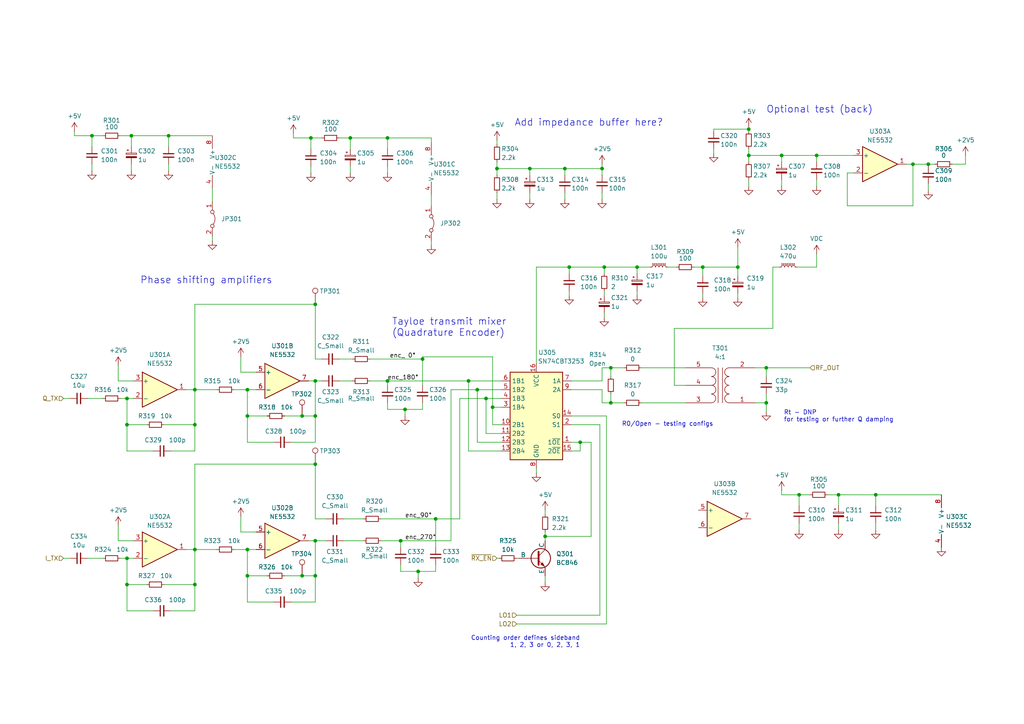
<source format=kicad_sch>
(kicad_sch (version 20231120) (generator "eeschema") (generator_version "8.0")
  (paper "A4")
  (title_block (title "Rhapsody - moduar experimental SDR TRX") (date "2023-10-12") (rev "1.0") (company "SP6GK") (comment 1 "Quadrature Sampling Encoder (QSE, Tayloe TX mixer)"))
  (junction (at 56.515 169.545))
  (junction (at 142.875 118.11))
  (junction (at 126.365 150.495))
  (junction (at 158.115 155.575))
  (junction (at 101.6 40.005))
  (junction (at 121.285 165.735))
  (junction (at 91.44 120.65))
  (junction (at 112.395 40.005))
  (junction (at 144.145 48.895))
  (junction (at 56.515 113.03))
  (junction (at 264.795 47.625))
  (junction (at 26.67 39.37))
  (junction (at 163.83 48.895))
  (junction (at 117.475 118.745))
  (junction (at 91.44 134.62))
  (junction (at 38.1 39.37))
  (junction (at 112.395 110.49))
  (junction (at 243.205 143.51))
  (junction (at 36.83 169.545))
  (junction (at 56.515 123.19))
  (junction (at 153.67 48.895))
  (junction (at 222.25 116.84))
  (junction (at 217.17 37.465))
  (junction (at 135.89 110.49))
  (junction (at 91.44 167.005))
  (junction (at 177.165 116.84))
  (junction (at 116.205 156.845))
  (junction (at 254 143.51))
  (junction (at 71.755 113.03))
  (junction (at 138.43 113.03))
  (junction (at 71.755 120.65))
  (junction (at 36.83 161.925))
  (junction (at 226.695 45.085))
  (junction (at 71.755 159.385))
  (junction (at 231.775 143.51))
  (junction (at 71.755 167.005))
  (junction (at 90.17 40.005))
  (junction (at 122.555 104.14))
  (junction (at 174.625 48.895))
  (junction (at 213.995 77.47))
  (junction (at 269.24 47.625))
  (junction (at 48.895 39.37))
  (junction (at 217.17 45.085))
  (junction (at 184.785 77.47))
  (junction (at 87.63 120.65))
  (junction (at 56.515 159.385))
  (junction (at 91.44 110.49))
  (junction (at 87.63 167.005))
  (junction (at 168.275 128.27))
  (junction (at 222.25 106.68))
  (junction (at 177.165 106.68))
  (junction (at 91.44 156.845))
  (junction (at 91.44 88.265))
  (junction (at 36.83 115.57))
  (junction (at 165.1 77.47))
  (junction (at 203.835 77.47))
  (junction (at 236.855 45.085))
  (junction (at 36.83 123.19))
  (junction (at 175.26 77.47))
  (junction (at 140.97 115.57))
  (wire (pts (xy 99.695 150.495) (xy 105.41 150.495)))
  (wire (pts (xy 135.89 130.81) (xy 145.415 130.81)))
  (wire (pts (xy 36.83 169.545) (xy 36.83 177.165)))
  (wire (pts (xy 121.285 165.735) (xy 121.285 167.64)))
  (wire (pts (xy 56.515 169.545) (xy 56.515 159.385)))
  (wire (pts (xy 79.375 128.27) (xy 71.755 128.27)))
  (wire (pts (xy 87.63 167.005) (xy 91.44 167.005)))
  (wire (pts (xy 107.315 110.49) (xy 112.395 110.49)))
  (wire (pts (xy 177.165 116.84) (xy 180.975 116.84)))
  (wire (pts (xy 276.225 47.625) (xy 280.035 47.625)))
  (wire (pts (xy 149.86 180.975) (xy 175.895 180.975)))
  (wire (pts (xy 243.205 143.51) (xy 243.205 146.685)))
  (wire (pts (xy 217.17 37.465) (xy 217.17 38.1)))
  (wire (pts (xy 142.875 118.11) (xy 142.875 123.19)))
  (wire (pts (xy 82.55 167.005) (xy 87.63 167.005)))
  (wire (pts (xy 165.1 84.455) (xy 165.1 85.725)))
  (wire (pts (xy 122.555 116.84) (xy 122.555 118.745)))
  (wire (pts (xy 98.425 40.005) (xy 101.6 40.005)))
  (wire (pts (xy 18.415 115.57) (xy 20.32 115.57)))
  (wire (pts (xy 222.25 116.84) (xy 222.25 119.38)))
  (wire (pts (xy 133.35 115.57) (xy 140.97 115.57)))
  (wire (pts (xy 38.1 39.37) (xy 38.1 42.545)))
  (wire (pts (xy 26.67 39.37) (xy 29.845 39.37)))
  (wire (pts (xy 122.555 104.14) (xy 122.555 111.76)))
  (wire (pts (xy 269.24 47.625) (xy 269.24 48.26)))
  (wire (pts (xy 34.29 110.49) (xy 38.735 110.49)))
  (wire (pts (xy 91.44 128.27) (xy 91.44 120.65)))
  (wire (pts (xy 165.1 77.47) (xy 165.1 79.375)))
  (wire (pts (xy 186.055 106.68) (xy 198.755 106.68)))
  (wire (pts (xy 222.25 106.68) (xy 222.25 109.22)))
  (wire (pts (xy 153.67 48.895) (xy 153.67 50.8)))
  (wire (pts (xy 254 151.765) (xy 254 153.67)))
  (wire (pts (xy 130.81 156.845) (xy 130.81 113.03)))
  (wire (pts (xy 165.735 120.65) (xy 175.895 120.65)))
  (wire (pts (xy 91.44 120.65) (xy 91.44 110.49)))
  (wire (pts (xy 226.695 45.085) (xy 236.855 45.085)))
  (wire (pts (xy 99.695 156.845) (xy 105.41 156.845)))
  (wire (pts (xy 98.425 110.49) (xy 102.235 110.49)))
  (wire (pts (xy 155.575 77.47) (xy 165.1 77.47)))
  (wire (pts (xy 184.785 84.455) (xy 184.785 85.725)))
  (wire (pts (xy 165.735 123.19) (xy 173.99 123.19)))
  (wire (pts (xy 140.97 115.57) (xy 145.415 115.57)))
  (wire (pts (xy 174.625 110.49) (xy 174.625 106.68)))
  (wire (pts (xy 217.17 43.18) (xy 217.17 45.085)))
  (wire (pts (xy 130.81 113.03) (xy 138.43 113.03)))
  (wire (pts (xy 116.205 156.845) (xy 116.205 158.75)))
  (wire (pts (xy 213.995 77.47) (xy 203.835 77.47)))
  (wire (pts (xy 158.115 154.305) (xy 158.115 155.575)))
  (wire (pts (xy 177.165 106.68) (xy 177.165 109.22)))
  (wire (pts (xy 21.59 39.37) (xy 26.67 39.37)))
  (wire (pts (xy 195.58 95.25) (xy 224.155 95.25)))
  (wire (pts (xy 217.17 52.07) (xy 217.17 53.975)))
  (wire (pts (xy 56.515 88.265) (xy 91.44 88.265)))
  (wire (pts (xy 48.895 39.37) (xy 48.895 42.545)))
  (wire (pts (xy 177.165 106.68) (xy 180.975 106.68)))
  (wire (pts (xy 203.835 77.47) (xy 201.295 77.47)))
  (wire (pts (xy 175.26 77.47) (xy 175.26 79.375)))
  (wire (pts (xy 207.01 37.465) (xy 207.01 38.1)))
  (wire (pts (xy 165.735 113.03) (xy 174.625 113.03)))
  (wire (pts (xy 101.6 40.005) (xy 101.6 43.18)))
  (wire (pts (xy 213.995 85.09) (xy 213.995 86.36)))
  (wire (pts (xy 142.875 103.505) (xy 142.875 118.11)))
  (wire (pts (xy 175.26 84.455) (xy 175.26 85.725)))
  (wire (pts (xy 207.01 37.465) (xy 217.17 37.465)))
  (wire (pts (xy 245.745 50.165) (xy 245.745 59.69)))
  (wire (pts (xy 158.115 167.005) (xy 158.115 168.91)))
  (wire (pts (xy 133.35 150.495) (xy 133.35 115.57)))
  (wire (pts (xy 56.515 159.385) (xy 62.865 159.385)))
  (wire (pts (xy 85.09 38.735) (xy 85.09 40.005)))
  (wire (pts (xy 174.625 113.03) (xy 174.625 116.84)))
  (wire (pts (xy 231.775 143.51) (xy 231.775 146.685)))
  (wire (pts (xy 171.45 128.27) (xy 171.45 155.575)))
  (wire (pts (xy 91.44 150.495) (xy 94.615 150.495)))
  (wire (pts (xy 269.24 47.625) (xy 271.145 47.625)))
  (wire (pts (xy 195.58 111.76) (xy 195.58 95.25)))
  (wire (pts (xy 236.855 45.085) (xy 236.855 46.99)))
  (wire (pts (xy 174.625 48.895) (xy 163.83 48.895)))
  (wire (pts (xy 138.43 128.27) (xy 145.415 128.27)))
  (wire (pts (xy 71.755 167.005) (xy 77.47 167.005)))
  (wire (pts (xy 122.555 118.745) (xy 117.475 118.745)))
  (wire (pts (xy 217.17 45.085) (xy 217.17 46.99)))
  (wire (pts (xy 71.755 113.03) (xy 71.755 120.65)))
  (wire (pts (xy 153.67 48.895) (xy 163.83 48.895)))
  (wire (pts (xy 116.205 156.845) (xy 130.81 156.845)))
  (wire (pts (xy 91.44 134.62) (xy 91.44 150.495)))
  (wire (pts (xy 173.99 178.435) (xy 149.86 178.435)))
  (wire (pts (xy 144.145 48.895) (xy 144.145 50.8)))
  (wire (pts (xy 217.17 36.83) (xy 217.17 37.465)))
  (wire (pts (xy 112.395 48.26) (xy 112.395 50.165)))
  (wire (pts (xy 44.45 177.165) (xy 36.83 177.165)))
  (wire (pts (xy 126.365 165.735) (xy 121.285 165.735)))
  (wire (pts (xy 122.555 103.505) (xy 122.555 104.14)))
  (wire (pts (xy 61.595 69.85) (xy 61.595 68.58)))
  (wire (pts (xy 213.995 77.47) (xy 213.995 80.01)))
  (wire (pts (xy 71.755 120.65) (xy 77.47 120.65)))
  (wire (pts (xy 56.515 113.03) (xy 56.515 88.265)))
  (wire (pts (xy 36.83 161.925) (xy 36.83 169.545)))
  (wire (pts (xy 67.945 113.03) (xy 71.755 113.03)))
  (wire (pts (xy 173.99 123.19) (xy 173.99 178.435)))
  (wire (pts (xy 125.095 56.515) (xy 125.095 59.69)))
  (wire (pts (xy 135.89 110.49) (xy 135.89 130.81)))
  (wire (pts (xy 61.595 54.61) (xy 61.595 58.42)))
  (wire (pts (xy 90.17 48.26) (xy 90.17 50.165)))
  (wire (pts (xy 47.625 169.545) (xy 56.515 169.545)))
  (wire (pts (xy 196.215 77.47) (xy 193.675 77.47)))
  (wire (pts (xy 89.535 156.845) (xy 91.44 156.845)))
  (wire (pts (xy 87.63 120.015) (xy 87.63 120.65)))
  (wire (pts (xy 144.145 46.99) (xy 144.145 48.895)))
  (wire (pts (xy 126.365 150.495) (xy 133.35 150.495)))
  (wire (pts (xy 82.55 120.65) (xy 87.63 120.65)))
  (wire (pts (xy 25.4 161.925) (xy 29.845 161.925)))
  (wire (pts (xy 61.595 39.37) (xy 48.895 39.37)))
  (wire (pts (xy 84.455 174.625) (xy 91.44 174.625)))
  (wire (pts (xy 168.275 128.27) (xy 171.45 128.27)))
  (wire (pts (xy 269.24 53.34) (xy 269.24 55.245)))
  (wire (pts (xy 158.115 155.575) (xy 158.115 156.845)))
  (wire (pts (xy 163.83 55.88) (xy 163.83 57.785)))
  (wire (pts (xy 89.535 110.49) (xy 91.44 110.49)))
  (wire (pts (xy 243.205 151.765) (xy 243.205 153.67)))
  (wire (pts (xy 175.26 90.805) (xy 175.26 92.075)))
  (wire (pts (xy 56.515 123.19) (xy 56.515 113.03)))
  (wire (pts (xy 125.095 71.12) (xy 125.095 69.85)))
  (wire (pts (xy 126.365 150.495) (xy 126.365 158.75)))
  (wire (pts (xy 112.395 110.49) (xy 135.89 110.49)))
  (wire (pts (xy 174.625 55.88) (xy 174.625 57.785)))
  (wire (pts (xy 222.25 116.84) (xy 219.075 116.84)))
  (wire (pts (xy 48.895 47.625) (xy 48.895 49.53)))
  (wire (pts (xy 280.035 45.085) (xy 280.035 47.625)))
  (wire (pts (xy 71.755 120.65) (xy 71.755 128.27)))
  (wire (pts (xy 226.695 143.51) (xy 231.775 143.51)))
  (wire (pts (xy 155.575 77.47) (xy 155.575 105.41)))
  (wire (pts (xy 112.395 110.49) (xy 112.395 111.76)))
  (wire (pts (xy 71.755 113.03) (xy 74.295 113.03)))
  (wire (pts (xy 168.275 130.81) (xy 165.735 130.81)))
  (wire (pts (xy 67.945 159.385) (xy 71.755 159.385)))
  (wire (pts (xy 262.89 47.625) (xy 264.795 47.625)))
  (wire (pts (xy 158.115 147.955) (xy 158.115 149.225)))
  (wire (pts (xy 254 143.51) (xy 254 146.685)))
  (wire (pts (xy 25.4 115.57) (xy 29.845 115.57)))
  (wire (pts (xy 247.65 50.165) (xy 245.745 50.165)))
  (wire (pts (xy 69.85 103.505) (xy 69.85 107.95)))
  (wire (pts (xy 69.85 107.95) (xy 74.295 107.95)))
  (wire (pts (xy 226.695 52.07) (xy 226.695 53.975)))
  (wire (pts (xy 91.44 156.845) (xy 94.615 156.845)))
  (wire (pts (xy 98.425 104.14) (xy 102.235 104.14)))
  (wire (pts (xy 34.925 115.57) (xy 36.83 115.57)))
  (wire (pts (xy 56.515 113.03) (xy 62.865 113.03)))
  (wire (pts (xy 243.205 143.51) (xy 254 143.51)))
  (wire (pts (xy 219.075 106.68) (xy 222.25 106.68)))
  (wire (pts (xy 110.49 150.495) (xy 126.365 150.495)))
  (wire (pts (xy 90.17 40.005) (xy 93.345 40.005)))
  (wire (pts (xy 53.975 113.03) (xy 56.515 113.03)))
  (wire (pts (xy 222.25 114.3) (xy 222.25 116.84)))
  (wire (pts (xy 69.85 149.86) (xy 69.85 154.305)))
  (wire (pts (xy 53.975 159.385) (xy 56.515 159.385)))
  (wire (pts (xy 165.735 110.49) (xy 174.625 110.49)))
  (wire (pts (xy 236.855 52.07) (xy 236.855 53.975)))
  (wire (pts (xy 236.855 77.47) (xy 231.14 77.47)))
  (wire (pts (xy 264.795 47.625) (xy 264.795 59.69)))
  (wire (pts (xy 222.25 106.68) (xy 234.95 106.68)))
  (wire (pts (xy 87.63 120.65) (xy 91.44 120.65)))
  (wire (pts (xy 36.83 115.57) (xy 38.735 115.57)))
  (wire (pts (xy 36.83 123.19) (xy 36.83 130.81)))
  (wire (pts (xy 91.44 133.985) (xy 91.44 134.62)))
  (wire (pts (xy 203.835 85.09) (xy 203.835 86.36)))
  (wire (pts (xy 121.285 165.735) (xy 116.205 165.735)))
  (wire (pts (xy 155.575 135.89) (xy 155.575 137.16)))
  (wire (pts (xy 142.875 118.11) (xy 145.415 118.11)))
  (wire (pts (xy 168.275 128.27) (xy 168.275 130.81)))
  (wire (pts (xy 56.515 177.165) (xy 56.515 169.545)))
  (wire (pts (xy 149.86 161.925) (xy 150.495 161.925)))
  (wire (pts (xy 177.165 114.3) (xy 177.165 116.84)))
  (wire (pts (xy 138.43 113.03) (xy 145.415 113.03)))
  (wire (pts (xy 56.515 130.81) (xy 56.515 123.19)))
  (wire (pts (xy 186.055 116.84) (xy 198.755 116.84)))
  (wire (pts (xy 125.095 40.005) (xy 112.395 40.005)))
  (wire (pts (xy 231.775 143.51) (xy 234.95 143.51)))
  (wire (pts (xy 163.83 48.895) (xy 163.83 50.8)))
  (wire (pts (xy 36.83 115.57) (xy 36.83 123.19)))
  (wire (pts (xy 254 143.51) (xy 273.05 143.51)))
  (wire (pts (xy 47.625 123.19) (xy 56.515 123.19)))
  (wire (pts (xy 44.45 130.81) (xy 36.83 130.81)))
  (wire (pts (xy 36.83 169.545) (xy 42.545 169.545)))
  (wire (pts (xy 198.755 111.76) (xy 195.58 111.76)))
  (wire (pts (xy 18.415 161.925) (xy 20.32 161.925)))
  (wire (pts (xy 34.29 106.045) (xy 34.29 110.49)))
  (wire (pts (xy 110.49 156.845) (xy 116.205 156.845)))
  (wire (pts (xy 84.455 128.27) (xy 91.44 128.27)))
  (wire (pts (xy 34.925 161.925) (xy 36.83 161.925)))
  (wire (pts (xy 122.555 103.505) (xy 142.875 103.505)))
  (wire (pts (xy 203.835 77.47) (xy 203.835 80.01)))
  (wire (pts (xy 101.6 48.26) (xy 101.6 50.165)))
  (wire (pts (xy 226.06 77.47) (xy 224.155 77.47)))
  (wire (pts (xy 207.01 43.18) (xy 207.01 44.45)))
  (wire (pts (xy 140.97 125.73) (xy 145.415 125.73)))
  (wire (pts (xy 56.515 134.62) (xy 91.44 134.62)))
  (wire (pts (xy 85.09 40.005) (xy 90.17 40.005)))
  (wire (pts (xy 69.85 154.305) (xy 74.295 154.305)))
  (wire (pts (xy 71.755 159.385) (xy 71.755 167.005)))
  (wire (pts (xy 174.625 48.895) (xy 174.625 50.8)))
  (wire (pts (xy 49.53 130.81) (xy 56.515 130.81)))
  (wire (pts (xy 107.315 104.14) (xy 122.555 104.14)))
  (wire (pts (xy 231.775 151.765) (xy 231.775 153.67)))
  (wire (pts (xy 21.59 38.1) (xy 21.59 39.37)))
  (wire (pts (xy 112.395 118.745) (xy 112.395 116.84)))
  (wire (pts (xy 144.145 55.88) (xy 144.145 57.785)))
  (wire (pts (xy 153.67 55.88) (xy 153.67 57.785)))
  (wire (pts (xy 38.1 47.625) (xy 38.1 49.53)))
  (wire (pts (xy 91.44 104.14) (xy 93.345 104.14)))
  (wire (pts (xy 174.625 116.84) (xy 177.165 116.84)))
  (wire (pts (xy 36.83 123.19) (xy 42.545 123.19)))
  (wire (pts (xy 240.03 143.51) (xy 243.205 143.51)))
  (wire (pts (xy 38.1 39.37) (xy 48.895 39.37)))
  (wire (pts (xy 145.415 123.19) (xy 142.875 123.19)))
  (wire (pts (xy 217.17 45.085) (xy 226.695 45.085)))
  (wire (pts (xy 112.395 40.005) (xy 112.395 43.18)))
  (wire (pts (xy 101.6 40.005) (xy 112.395 40.005)))
  (wire (pts (xy 34.925 39.37) (xy 38.1 39.37)))
  (wire (pts (xy 174.625 106.68) (xy 177.165 106.68)))
  (wire (pts (xy 125.095 40.005) (xy 125.095 41.275)))
  (wire (pts (xy 91.44 167.005) (xy 91.44 156.845)))
  (wire (pts (xy 224.155 95.25) (xy 224.155 77.47)))
  (wire (pts (xy 165.735 128.27) (xy 168.275 128.27)))
  (wire (pts (xy 226.695 142.24) (xy 226.695 143.51)))
  (wire (pts (xy 184.785 77.47) (xy 175.26 77.47)))
  (wire (pts (xy 26.67 47.625) (xy 26.67 49.53)))
  (wire (pts (xy 90.17 40.005) (xy 90.17 43.18)))
  (wire (pts (xy 117.475 118.745) (xy 117.475 120.65)))
  (wire (pts (xy 213.995 71.755) (xy 213.995 77.47)))
  (wire (pts (xy 158.115 155.575) (xy 171.45 155.575)))
  (wire (pts (xy 264.795 47.625) (xy 269.24 47.625)))
  (wire (pts (xy 144.145 48.895) (xy 153.67 48.895)))
  (wire (pts (xy 144.145 161.925) (xy 144.78 161.925)))
  (wire (pts (xy 26.67 39.37) (xy 26.67 42.545)))
  (wire (pts (xy 56.515 159.385) (xy 56.515 134.62)))
  (wire (pts (xy 174.625 48.895) (xy 174.625 47.625)))
  (wire (pts (xy 140.97 115.57) (xy 140.97 125.73)))
  (wire (pts (xy 144.145 40.64) (xy 144.145 41.91)))
  (wire (pts (xy 126.365 163.83) (xy 126.365 165.735)))
  (wire (pts (xy 91.44 174.625) (xy 91.44 167.005)))
  (wire (pts (xy 188.595 77.47) (xy 184.785 77.47)))
  (wire (pts (xy 138.43 113.03) (xy 138.43 128.27)))
  (wire (pts (xy 117.475 118.745) (xy 112.395 118.745)))
  (wire (pts (xy 91.44 87.63) (xy 91.44 88.265)))
  (wire (pts (xy 245.745 59.69) (xy 264.795 59.69)))
  (wire (pts (xy 36.83 161.925) (xy 38.735 161.925)))
  (wire (pts (xy 175.895 120.65) (xy 175.895 180.975)))
  (wire (pts (xy 91.44 88.265) (xy 91.44 104.14)))
  (wire (pts (xy 135.89 110.49) (xy 145.415 110.49)))
  (wire (pts (xy 79.375 174.625) (xy 71.755 174.625)))
  (wire (pts (xy 71.755 159.385) (xy 74.295 159.385)))
  (wire (pts (xy 184.785 77.47) (xy 184.785 79.375)))
  (wire (pts (xy 34.29 156.845) (xy 38.735 156.845)))
  (wire (pts (xy 116.205 165.735) (xy 116.205 163.83)))
  (wire (pts (xy 226.695 45.085) (xy 226.695 46.99)))
  (wire (pts (xy 247.65 45.085) (xy 236.855 45.085)))
  (wire (pts (xy 87.63 166.37) (xy 87.63 167.005)))
  (wire (pts (xy 236.855 73.66) (xy 236.855 77.47)))
  (wire (pts (xy 34.29 152.4) (xy 34.29 156.845)))
  (wire (pts (xy 175.26 77.47) (xy 165.1 77.47)))
  (wire (pts (xy 49.53 177.165) (xy 56.515 177.165)))
  (wire (pts (xy 91.44 110.49) (xy 93.345 110.49)))
  (wire (pts (xy 71.755 167.005) (xy 71.755 174.625)))
  (text "R0/Open - testing configs" (at 180.34 123.825 0) (effects (font (size 1.27 1.27)) (justify left bottom)))
  (text "Add impedance buffer here?\n" (at 149.225 36.83 0) (effects (font (size 2 2)) (justify left bottom)))
  (text "Optional test (back)\n" (at 222.25 33.02 0) (effects (font (size 2 2)) (justify left bottom)))
  (text "Rt - DNP\nfor testing or further Q damping" (at 227.33 122.555 0) (effects (font (size 1.27 1.27)) (justify left bottom)))
  (text "Phase shifting amplifiers" (at 40.64 82.55 0) (effects (font (size 2 2)) (justify left bottom)))
  (text "Tayloe transmit mixer\n(Quadrature Encoder)" (at 113.665 97.79 0) (effects (font (size 2 2)) (justify left bottom)))
  (text "Counting order defines sideband\n1, 2, 3 or 0, 2, 3, 1\n" (at 168.275 187.96 0) (effects (font (size 1.27 1.27)) (justify right bottom)))
  (label "enc_270°" (at 117.475 156.845 0))
  (label "enc_180°" (at 112.395 110.49 0))
  (label "enc_ 0°" (at 113.03 104.14 0))
  (label "enc_90°" (at 117.475 150.495 0))
  (hierarchical_label "~{RX_EN}" (shape input) (at 144.145 161.925 180))
  (hierarchical_label "I_TX" (shape input) (at 18.415 161.925 180))
  (hierarchical_label "LO1" (shape input) (at 149.86 178.435 180))
  (hierarchical_label "LO2" (shape input) (at 149.86 180.975 180))
  (hierarchical_label "Q_TX" (shape input) (at 18.415 115.57 180))
  (hierarchical_label "RF_OUT" (shape input) (at 234.95 106.68 0))
  (symbol (lib_id "Amplifier_Operational:NE5532") (at 81.915 110.49 0) (unit 2)
    (property "Reference" "U301" (at 81.915 100.33 0))
    (property "Value" "NE5532" (at 81.915 102.87 0))
    (property "Footprint" "Package_SO:SOIC-8_3.9x4.9mm_P1.27mm" (effects (hide yes)))
    (property "Datasheet" "http://www.ti.com/lit/ds/symlink/ne5532.pdf" (effects (hide yes)))
  )
  (symbol (lib_id "Device:C_Polarized_Small") (at 38.1 45.085 0) (unit 1)
    (property "Reference" "C302" (at 40.005 43.815 0) (effects (justify left)))
    (property "Value" "1u" (at 40.005 46.355 0) (effects (justify left)))
    (property "Footprint" "Capacitor_SMD:C_0603_1608Metric_Pad1.08x0.95mm_HandSolder" (effects (hide yes)))
  )
  (symbol (lib_id "Device:C_Small") (at 48.895 45.085 0) (unit 1)
    (property "Reference" "C303" (at 51.435 43.815 0) (effects (justify left)))
    (property "Value" "100n" (at 51.435 46.355 0) (effects (justify left)))
    (property "Footprint" "Capacitor_SMD:C_0603_1608Metric_Pad1.08x0.95mm_HandSolder" (effects (hide yes)))
  )
  (symbol (lib_id "Device:R_Small") (at 158.115 151.765 0) (unit 1)
    (property "Reference" "R321" (at 160.02 150.495 0) (effects (justify left)))
    (property "Value" "2.2k" (at 160.02 153.035 0) (effects (justify left)))
    (property "Footprint" "Resistor_SMD:R_0603_1608Metric_Pad0.98x0.95mm_HandSolder" (effects (hide yes)))
  )
  (symbol (lib_id "Device:Transformer_1P_SS") (at 208.915 111.76 0) (mirror y) (unit 1)
    (property "Reference" "T301" (at 208.915 100.965 0))
    (property "Value" "4:1" (at 208.915 103.505 0))
    (property "Footprint" "T37_toroid:T37_toroid" (effects (hide yes)))
  )
  (symbol (lib_id "Device:R_Small") (at 32.385 161.925 90) (unit 1)
    (property "Reference" "R324" (at 29.845 159.385 90))
    (property "Value" "10k" (at 35.56 159.385 90))
    (property "Footprint" "Resistor_SMD:R_1206_3216Metric_Pad1.30x1.75mm_HandSolder" (effects (hide yes)))
  )
  (symbol (lib_id "Device:R_Small") (at 80.01 120.65 90) (unit 1)
    (property "Reference" "R318" (at 77.47 118.11 90))
    (property "Value" "10k" (at 83.185 118.11 90))
    (property "Footprint" "Capacitor_SMD:C_1206_3216Metric_Pad1.33x1.80mm_HandSolder" (effects (hide yes)))
  )
  (symbol (lib_id "Device:R_Small") (at 32.385 115.57 90) (unit 1)
    (property "Reference" "R316" (at 29.845 113.03 90))
    (property "Value" "10k" (at 35.56 113.03 90))
    (property "Footprint" "Resistor_SMD:R_1206_3216Metric_Pad1.30x1.75mm_HandSolder" (effects (hide yes)))
  )
  (symbol (lib_id "Amplifier_Operational:NE5532") (at 275.59 151.13 0) (unit 3)
    (property "Reference" "U303" (at 274.32 149.86 0) (effects (justify left)))
    (property "Value" "NE5532" (at 274.32 152.4 0) (effects (justify left)))
    (property "Footprint" "Package_SO:SOIC-8_3.9x4.9mm_P1.27mm" (effects (hide yes)))
    (property "Datasheet" "http://www.ti.com/lit/ds/symlink/ne5532.pdf" (effects (hide yes)))
  )
  (symbol (lib_id "power:GND") (at 222.25 119.38 0) (mirror y) (unit 1)
    (property "Reference" "#PWR0340" (effects (hide yes)))
    (property "Value" "GND" (effects (hide yes)))
  )
  (symbol (lib_id "Device:C_Small") (at 165.1 81.915 0) (unit 1)
    (property "Reference" "C316" (at 168.275 80.6513 0) (effects (justify left)))
    (property "Value" "100n" (at 168.275 83.1913 0) (effects (justify left)))
    (property "Footprint" "Capacitor_SMD:C_0603_1608Metric_Pad1.08x0.95mm_HandSolder" (effects (hide yes)))
  )
  (symbol (lib_id "Connector:TestPoint") (at 87.63 120.015 0) (unit 1)
    (property "Reference" "TP302" (at 84.455 114.3 0) (effects (justify left)))
    (property "Value" "TestPoint" (effects (hide yes)))
    (property "Footprint" "TestPoint:TestPoint_Pad_D1.5mm" (effects (hide yes)))
  )
  (symbol (lib_id "Device:R_Small") (at 95.885 40.005 90) (unit 1)
    (property "Reference" "R302" (at 95.885 35.56 90))
    (property "Value" "100" (at 95.885 37.465 90))
    (property "Footprint" "Resistor_SMD:R_0805_2012Metric_Pad1.20x1.40mm_HandSolder" (effects (hide yes)))
  )
  (symbol (lib_id "power:VDC") (at 236.855 73.66 0) (mirror y) (unit 1)
    (property "Reference" "#PWR0329" (effects (hide yes)))
    (property "Value" "VDC" (at 236.855 69.215 0))
  )
  (symbol (lib_id "Device:C_Polarized_Small") (at 153.67 53.34 0) (unit 1)
    (property "Reference" "C313" (at 155.575 52.07 0) (effects (justify left)))
    (property "Value" "1u" (at 155.575 54.61 0) (effects (justify left)))
    (property "Footprint" "Capacitor_SMD:C_0603_1608Metric_Pad1.08x0.95mm_HandSolder" (effects (hide yes)))
  )
  (symbol (lib_id "power:GND") (at 38.1 49.53 0) (unit 1)
    (property "Reference" "#PWR0309" (effects (hide yes)))
    (property "Value" "GND" (effects (hide yes)))
  )
  (symbol (lib_id "Device:C_Small") (at 46.99 130.81 90) (unit 1)
    (property "Reference" "C329" (at 44.45 127.635 90))
    (property "Value" "100p" (at 51.435 127.635 90))
    (property "Footprint" "Capacitor_SMD:C_1206_3216Metric_Pad1.33x1.80mm_HandSolder" (effects (hide yes)))
  )
  (symbol (lib_id "Connector:TestPoint") (at 91.44 87.63 0) (unit 1)
    (property "Reference" "TP301" (at 92.71 84.455 0) (effects (justify left)))
    (property "Value" "TestPoint" (effects (hide yes)))
    (property "Footprint" "TestPoint:TestPoint_Pad_D1.5mm" (effects (hide yes)))
  )
  (symbol (lib_id "Device:R_Small") (at 147.32 161.925 90) (unit 1)
    (property "Reference" "R325" (at 147.32 156.845 90))
    (property "Value" "10k" (at 147.32 159.385 90))
    (property "Footprint" "Resistor_SMD:R_0603_1608Metric_Pad0.98x0.95mm_HandSolder" (effects (hide yes)))
  )
  (symbol (lib_id "Device:C_Small") (at 97.155 150.495 90) (unit 1)
    (property "Reference" "C330" (at 97.1613 144.145 90))
    (property "Value" "C_Small" (at 97.1613 146.685 90))
    (property "Footprint" "Capacitor_SMD:C_1206_3216Metric_Pad1.33x1.80mm_HandSolder" (effects (hide yes)))
  )
  (symbol (lib_id "Device:C_Small") (at 46.99 177.165 90) (unit 1)
    (property "Reference" "C336" (at 44.45 173.99 90))
    (property "Value" "100p" (at 51.435 173.99 90))
    (property "Footprint" "Capacitor_SMD:C_1206_3216Metric_Pad1.33x1.80mm_HandSolder" (effects (hide yes)))
  )
  (symbol (lib_id "Device:C_Small") (at 112.395 45.72 0) (unit 1)
    (property "Reference" "C306" (at 114.935 44.45 0) (effects (justify left)))
    (property "Value" "100n" (at 114.935 46.99 0) (effects (justify left)))
    (property "Footprint" "Capacitor_SMD:C_0603_1608Metric_Pad1.08x0.95mm_HandSolder" (effects (hide yes)))
  )
  (symbol (lib_id "power:GND") (at 165.1 85.725 0) (mirror y) (unit 1)
    (property "Reference" "#PWR0331" (effects (hide yes)))
    (property "Value" "GND" (effects (hide yes)))
  )
  (symbol (lib_id "power:+5V") (at 158.115 147.955 0) (mirror y) (unit 1)
    (property "Reference" "#PWR0343" (effects (hide yes)))
    (property "Value" "+5V" (at 158.115 143.51 0))
  )
  (symbol (lib_id "Device:C_Small") (at 22.86 161.925 90) (unit 1)
    (property "Reference" "C334" (at 22.8663 155.575 90))
    (property "Value" "10u" (at 22.8663 158.115 90))
    (property "Footprint" "Capacitor_SMD:C_1206_3216Metric_Pad1.33x1.80mm_HandSolder" (effects (hide yes)))
  )
  (symbol (lib_id "power:GND") (at 269.24 55.245 0) (unit 1)
    (property "Reference" "#PWR0317" (effects (hide yes)))
    (property "Value" "GND" (effects (hide yes)))
  )
  (symbol (lib_id "power:GND") (at 243.205 153.67 0) (unit 1)
    (property "Reference" "#PWR0319" (effects (hide yes)))
    (property "Value" "GND" (effects (hide yes)))
  )
  (symbol (lib_id "Device:R_Small") (at 144.145 53.34 180) (unit 1)
    (property "Reference" "R308" (at 145.415 52.07 0) (effects (justify right)))
    (property "Value" "2.2k" (at 145.415 54.61 0) (effects (justify right)))
    (property "Footprint" "Resistor_SMD:R_0603_1608Metric_Pad0.98x0.95mm_HandSolder" (effects (hide yes)))
  )
  (symbol (lib_id "power:+5V") (at 226.695 142.24 0) (unit 1)
    (property "Reference" "#PWR0305" (effects (hide yes)))
    (property "Value" "+5V" (at 226.695 137.795 0))
  )
  (symbol (lib_id "Device:C_Small") (at 95.885 110.49 90) (unit 1)
    (property "Reference" "C323" (at 95.885 113.665 90))
    (property "Value" "C_Small" (at 95.885 116.205 90))
    (property "Footprint" "Capacitor_SMD:C_1206_3216Metric_Pad1.33x1.80mm_HandSolder" (effects (hide yes)))
  )
  (symbol (lib_id "power:GND") (at 117.475 120.65 0) (mirror y) (unit 1)
    (property "Reference" "#PWR0341" (effects (hide yes)))
    (property "Value" "GND" (effects (hide yes)))
  )
  (symbol (lib_id "power:GND") (at 213.995 86.36 0) (mirror y) (unit 1)
    (property "Reference" "#PWR0334" (effects (hide yes)))
    (property "Value" "GND" (effects (hide yes)))
  )
  (symbol (lib_id "power:+2V5") (at 34.29 152.4 0) (unit 1)
    (property "Reference" "#PWR0345" (effects (hide yes)))
    (property "Value" "+2V5" (at 34.29 147.955 0))
  )
  (symbol (lib_id "Device:R_Small") (at 175.26 81.915 0) (unit 1)
    (property "Reference" "R310" (at 177.165 80.645 0) (effects (justify left)))
    (property "Value" "2" (at 177.165 83.185 0) (effects (justify left)))
    (property "Footprint" "Resistor_SMD:R_0603_1608Metric_Pad0.98x0.95mm_HandSolder" (effects (hide yes)))
  )
  (symbol (lib_id "Device:R_Small") (at 107.95 150.495 90) (unit 1)
    (property "Reference" "R320" (at 108.585 145.415 90))
    (property "Value" "R_Small" (at 108.585 147.955 90))
    (property "Footprint" "Resistor_SMD:R_1206_3216Metric_Pad1.30x1.75mm_HandSolder" (effects (hide yes)))
  )
  (symbol (lib_id "power:GND") (at 90.17 50.165 0) (unit 1)
    (property "Reference" "#PWR0311" (effects (hide yes)))
    (property "Value" "GND" (effects (hide yes)))
  )
  (symbol (lib_id "Device:C_Polarized_Small") (at 175.26 88.265 0) (unit 1)
    (property "Reference" "C321" (at 177.165 86.36 0) (effects (justify left)))
    (property "Value" "1u" (at 177.165 88.9 0) (effects (justify left)))
    (property "Footprint" "Capacitor_SMD:C_0603_1608Metric_Pad1.08x0.95mm_HandSolder" (effects (hide yes)))
  )
  (symbol (lib_id "Device:C_Small") (at 163.83 53.34 0) (unit 1)
    (property "Reference" "C314" (at 165.735 52.07 0) (effects (justify left)))
    (property "Value" "100n" (at 165.735 54.61 0) (effects (justify left)))
    (property "Footprint" "Capacitor_SMD:C_0603_1608Metric_Pad1.08x0.95mm_HandSolder" (effects (hide yes)))
  )
  (symbol (lib_id "Device:R_Small") (at 217.17 49.53 180) (unit 1)
    (property "Reference" "R307" (at 218.44 48.26 0) (effects (justify right)))
    (property "Value" "2.2k" (at 218.44 50.8 0) (effects (justify right)))
    (property "Footprint" "Resistor_SMD:R_0603_1608Metric_Pad0.98x0.95mm_HandSolder" (effects (hide yes)))
  )
  (symbol (lib_id "power:GND") (at 231.775 153.67 0) (unit 1)
    (property "Reference" "#PWR0318" (effects (hide yes)))
    (property "Value" "GND" (effects (hide yes)))
  )
  (symbol (lib_id "Device:C_Small") (at 254 149.225 0) (unit 1)
    (property "Reference" "C312" (at 256.54 147.955 0) (effects (justify left)))
    (property "Value" "100n" (at 256.54 150.495 0) (effects (justify left)))
    (property "Footprint" "Capacitor_SMD:C_0603_1608Metric_Pad1.08x0.95mm_HandSolder" (effects (hide yes)))
  )
  (symbol (lib_id "Simulation_SPICE:NPN") (at 155.575 161.925 0) (unit 1)
    (property "Reference" "Q301" (at 161.29 160.655 0) (effects (justify left)))
    (property "Value" "BC846" (at 161.29 163.195 0) (effects (justify left)))
    (property "Footprint" "Package_TO_SOT_SMD:SOT-23-3" (effects (hide yes)))
    (property "Sim.Device" "NPN" (effects (hide yes)))
    (property "Sim.Type" "GUMMELPOON" (effects (hide yes)))
    (property "Sim.Pins" "1=C 2=B 3=E" (effects (hide yes)))
  )
  (symbol (lib_id "power:GND") (at 121.285 167.64 0) (mirror y) (unit 1)
    (property "Reference" "#PWR0346" (effects (hide yes)))
    (property "Value" "GND" (effects (hide yes)))
  )
  (symbol (lib_id "Device:C_Polarized_Small") (at 213.995 82.55 0) (unit 1)
    (property "Reference" "C319" (at 216.535 80.7339 0) (effects (justify left)))
    (property "Value" "1u" (at 216.535 83.2739 0) (effects (justify left)))
    (property "Footprint" "Capacitor_SMD:C_0603_1608Metric_Pad1.08x0.95mm_HandSolder" (effects (hide yes)))
  )
  (symbol (lib_id "power:GND") (at 144.145 57.785 0) (unit 1)
    (property "Reference" "#PWR0321" (effects (hide yes)))
    (property "Value" "GND" (effects (hide yes)))
  )
  (symbol (lib_id "Device:C_Small") (at 126.365 161.29 0) (unit 1)
    (property "Reference" "C333" (at 128.27 160.02 0) (effects (justify left)))
    (property "Value" "100n" (at 128.27 162.56 0) (effects (justify left)))
    (property "Footprint" "Capacitor_SMD:C_1206_3216Metric_Pad1.33x1.80mm_HandSolder" (effects (hide yes)))
  )
  (symbol (lib_id "Device:C_Polarized_Small") (at 101.6 45.72 0) (unit 1)
    (property "Reference" "C305" (at 103.505 44.45 0) (effects (justify left)))
    (property "Value" "1u" (at 103.505 46.99 0) (effects (justify left)))
    (property "Footprint" "Capacitor_SMD:C_0603_1608Metric_Pad1.08x0.95mm_HandSolder" (effects (hide yes)))
  )
  (symbol (lib_id "power:GND") (at 48.895 49.53 0) (unit 1)
    (property "Reference" "#PWR0310" (effects (hide yes)))
    (property "Value" "GND" (effects (hide yes)))
  )
  (symbol (lib_id "Device:L_Ferrite_Small") (at 191.135 77.47 270) (mirror x) (unit 1)
    (property "Reference" "L301" (at 191.135 71.755 90))
    (property "Value" "100u" (at 191.135 74.295 90))
    (property "Footprint" "Inductor_SMD:L_1206_3216Metric_Pad1.22x1.90mm_HandSolder" (effects (hide yes)))
  )
  (symbol (lib_id "power:+2V5") (at 69.85 149.86 0) (unit 1)
    (property "Reference" "#PWR0344" (effects (hide yes)))
    (property "Value" "+2V5" (at 69.85 145.415 0))
  )
  (symbol (lib_id "power:+2V5") (at 34.29 106.045 0) (unit 1)
    (property "Reference" "#PWR0339" (effects (hide yes)))
    (property "Value" "+2V5" (at 34.29 101.6 0))
  )
  (symbol (lib_id "Device:C_Small") (at 116.205 161.29 0) (unit 1)
    (property "Reference" "C332" (at 118.11 160.02 0) (effects (justify left)))
    (property "Value" "100n" (at 118.11 162.56 0) (effects (justify left)))
    (property "Footprint" "Capacitor_SMD:C_1206_3216Metric_Pad1.33x1.80mm_HandSolder" (effects (hide yes)))
  )
  (symbol (lib_id "Device:C_Small") (at 97.155 156.845 90) (unit 1)
    (property "Reference" "C331" (at 97.155 160.02 90))
    (property "Value" "C_Small" (at 97.155 162.56 90))
    (property "Footprint" "Capacitor_SMD:C_1206_3216Metric_Pad1.33x1.80mm_HandSolder" (effects (hide yes)))
  )
  (symbol (lib_id "power:+5V") (at 213.995 71.755 0) (mirror y) (unit 1)
    (property "Reference" "#PWR0328" (effects (hide yes)))
    (property "Value" "+5V" (at 213.995 67.31 0))
  )
  (symbol (lib_id "power:+5V") (at 85.09 38.735 0) (unit 1)
    (property "Reference" "#PWR0303" (effects (hide yes)))
    (property "Value" "+5V" (at 85.09 34.29 0))
  )
  (symbol (lib_id "Device:C_Small") (at 112.395 114.3 0) (unit 1)
    (property "Reference" "C325" (at 114.3 113.03 0) (effects (justify left)))
    (property "Value" "100n" (at 114.3 115.57 0) (effects (justify left)))
    (property "Footprint" "Capacitor_SMD:C_1206_3216Metric_Pad1.33x1.80mm_HandSolder" (effects (hide yes)))
  )
  (symbol (lib_id "power:GND") (at 155.575 137.16 0) (mirror y) (unit 1)
    (property "Reference" "#PWR0342" (effects (hide yes)))
    (property "Value" "GND" (effects (hide yes)))
  )
  (symbol (lib_id "Amplifier_Operational:NE5532") (at 255.27 47.625 0) (unit 1)
    (property "Reference" "U303" (at 255.27 38.1 0))
    (property "Value" "NE5532" (at 255.27 40.64 0))
    (property "Footprint" "Package_SO:SOIC-8_3.9x4.9mm_P1.27mm" (effects (hide yes)))
    (property "Datasheet" "http://www.ti.com/lit/ds/symlink/ne5532.pdf" (effects (hide yes)))
  )
  (symbol (lib_id "Analog_Switch:SN74CBT3253") (at 155.575 120.65 0) (mirror y) (unit 1)
    (property "Reference" "U305" (at 161.29 102.235 0) (effects (justify left)))
    (property "Value" "SN74CBT3253" (at 169.545 104.775 0) (effects (justify left)))
    (property "Footprint" "Package_SO:SOIC-16_4.55x10.3mm_P1.27mm" (effects (hide yes)))
    (property "Datasheet" "http://www.ti.com/lit/gpn/sn74cbt3253" (effects (hide yes)))
  )
  (symbol (lib_id "power:GND") (at 217.17 53.975 0) (unit 1)
    (property "Reference" "#PWR0314" (effects (hide yes)))
    (property "Value" "GND" (effects (hide yes)))
  )
  (symbol (lib_id "Device:L_Ferrite_Small") (at 228.6 77.47 270) (mirror x) (unit 1)
    (property "Reference" "L302" (at 228.6 71.755 90))
    (property "Value" "470u" (at 228.6 74.295 90))
    (property "Footprint" "Inductor_SMD:L_1206_3216Metric_Pad1.22x1.90mm_HandSolder" (effects (hide yes)))
  )
  (symbol (lib_id "power:GND") (at 273.05 158.75 0) (unit 1)
    (property "Reference" "#PWR0325" (effects (hide yes)))
    (property "Value" "GND" (effects (hide yes)))
  )
  (symbol (lib_id "power:GND") (at 101.6 50.165 0) (unit 1)
    (property "Reference" "#PWR0312" (effects (hide yes)))
    (property "Value" "GND" (effects (hide yes)))
  )
  (symbol (lib_id "power:GND") (at 158.115 168.91 0) (mirror y) (unit 1)
    (property "Reference" "#PWR0347" (effects (hide yes)))
    (property "Value" "GND" (effects (hide yes)))
  )
  (symbol (lib_id "Amplifier_Operational:NE5532") (at 127.635 48.895 0) (unit 3)
    (property "Reference" "U301" (at 125.73 47.625 0) (effects (justify left)))
    (property "Value" "NE5532" (at 125.73 50.165 0) (effects (justify left)))
    (property "Footprint" "Package_SO:SOIC-8_3.9x4.9mm_P1.27mm" (effects (hide yes)))
    (property "Datasheet" "http://www.ti.com/lit/ds/symlink/ne5532.pdf" (effects (hide yes)))
  )
  (symbol (lib_id "Device:R_Small") (at 80.01 167.005 90) (unit 1)
    (property "Reference" "R326" (at 77.47 164.465 90))
    (property "Value" "10k" (at 83.185 164.465 90))
    (property "Footprint" "Resistor_SMD:R_1206_3216Metric_Pad1.30x1.75mm_HandSolder" (effects (hide yes)))
  )
  (symbol (lib_id "Device:C_Small") (at 236.855 49.53 0) (unit 1)
    (property "Reference" "C308" (at 238.76 48.26 0) (effects (justify left)))
    (property "Value" "100n" (at 238.76 50.8 0) (effects (justify left)))
    (property "Footprint" "Capacitor_SMD:C_0603_1608Metric_Pad1.08x0.95mm_HandSolder" (effects (hide yes)))
  )
  (symbol (lib_id "Device:C_Small") (at 222.25 111.76 0) (unit 1)
    (property "Reference" "C324" (at 224.79 110.49 0) (effects (justify left)))
    (property "Value" "33p" (at 224.79 113.03 0) (effects (justify left)))
    (property "Footprint" "Capacitor_SMD:C_0805_2012Metric_Pad1.18x1.45mm_HandSolder" (effects (hide yes)))
  )
  (symbol (lib_id "Device:R_Small") (at 237.49 143.51 90) (unit 1)
    (property "Reference" "R305" (at 237.49 139.065 90))
    (property "Value" "100" (at 237.49 140.97 90))
    (property "Footprint" "Resistor_SMD:R_0603_1608Metric_Pad0.98x0.95mm_HandSolder" (effects (hide yes)))
  )
  (symbol (lib_id "Device:C_Small") (at 90.17 45.72 0) (unit 1)
    (property "Reference" "C304" (at 92.71 44.45 0) (effects (justify left)))
    (property "Value" "100n" (at 92.71 46.99 0) (effects (justify left)))
    (property "Footprint" "Capacitor_SMD:C_0603_1608Metric_Pad1.08x0.95mm_HandSolder" (effects (hide yes)))
  )
  (symbol (lib_id "Device:C_Small") (at 269.24 50.8 0) (unit 1)
    (property "Reference" "C309" (at 271.145 49.53 0) (effects (justify left)))
    (property "Value" "100n" (at 271.145 52.07 0) (effects (justify left)))
    (property "Footprint" "Capacitor_SMD:C_0603_1608Metric_Pad1.08x0.95mm_HandSolder" (effects (hide yes)))
  )
  (symbol (lib_id "Device:R_Small") (at 183.515 116.84 90) (unit 1)
    (property "Reference" "R317" (at 183.515 111.76 90))
    (property "Value" "0" (at 183.515 114.3 90))
    (property "Footprint" "Resistor_SMD:R_1206_3216Metric_Pad1.30x1.75mm_HandSolder" (effects (hide yes)))
  )
  (symbol (lib_id "power:GND") (at 163.83 57.785 0) (unit 1)
    (property "Reference" "#PWR0323" (effects (hide yes)))
    (property "Value" "GND" (effects (hide yes)))
  )
  (symbol (lib_id "Device:C_Small") (at 95.885 104.14 90) (unit 1)
    (property "Reference" "C322" (at 95.8913 97.79 90))
    (property "Value" "C_Small" (at 95.8913 100.33 90))
    (property "Footprint" "Capacitor_SMD:C_1206_3216Metric_Pad1.33x1.80mm_HandSolder" (effects (hide yes)))
  )
  (symbol (lib_id "Device:R_Small") (at 183.515 106.68 90) (unit 1)
    (property "Reference" "R312" (at 183.515 101.6 90))
    (property "Value" "0" (at 183.515 104.14 90))
    (property "Footprint" "Resistor_SMD:R_1206_3216Metric_Pad1.30x1.75mm_HandSolder" (effects (hide yes)))
  )
  (symbol (lib_id "Device:R_Small") (at 217.17 40.64 180) (unit 1)
    (property "Reference" "R303" (at 218.44 39.37 0) (effects (justify right)))
    (property "Value" "2.2k" (at 218.44 41.91 0) (effects (justify right)))
    (property "Footprint" "Resistor_SMD:R_0603_1608Metric_Pad0.98x0.95mm_HandSolder" (effects (hide yes)))
  )
  (symbol (lib_id "power:GND") (at 236.855 53.975 0) (unit 1)
    (property "Reference" "#PWR0316" (effects (hide yes)))
    (property "Value" "GND" (effects (hide yes)))
  )
  (symbol (lib_id "Device:R_Small") (at 65.405 159.385 90) (unit 1)
    (property "Reference" "R323" (at 61.595 156.845 90))
    (property "Value" "10k" (at 67.945 156.845 90))
    (property "Footprint" "Resistor_SMD:R_1206_3216Metric_Pad1.30x1.75mm_HandSolder" (effects (hide yes)))
  )
  (symbol (lib_id "Connector:TestPoint") (at 87.63 166.37 0) (unit 1)
    (property "Reference" "TP304" (at 84.455 160.655 0) (effects (justify left)))
    (property "Value" "TestPoint" (effects (hide yes)))
    (property "Footprint" "TestPoint:TestPoint_Pad_D1.5mm" (effects (hide yes)))
  )
  (symbol (lib_id "power:GND") (at 125.095 71.12 0) (unit 1)
    (property "Reference" "#PWR0327" (effects (hide yes)))
    (property "Value" "GND" (effects (hide yes)))
  )
  (symbol (lib_id "Device:C_Small") (at 81.915 128.27 90) (unit 1)
    (property "Reference" "C328" (at 79.375 125.095 90))
    (property "Value" "100p" (at 86.36 125.095 90))
    (property "Footprint" "Capacitor_SMD:C_1206_3216Metric_Pad1.33x1.80mm_HandSolder" (effects (hide yes)))
  )
  (symbol (lib_id "Connector:TestPoint") (at 91.44 133.985 0) (unit 1)
    (property "Reference" "TP303" (at 92.71 130.81 0) (effects (justify left)))
    (property "Value" "TestPoint" (effects (hide yes)))
    (property "Footprint" "TestPoint:TestPoint_Pad_D1.5mm" (effects (hide yes)))
  )
  (symbol (lib_id "power:GND") (at 203.835 86.36 0) (mirror y) (unit 1)
    (property "Reference" "#PWR0333" (effects (hide yes)))
    (property "Value" "GND" (effects (hide yes)))
  )
  (symbol (lib_id "power:+2V5") (at 174.625 47.625 0) (unit 1)
    (property "Reference" "#PWR0307" (effects (hide yes)))
    (property "Value" "+2V5" (at 174.625 43.18 0))
  )
  (symbol (lib_id "power:GND") (at 207.01 44.45 0) (mirror y) (unit 1)
    (property "Reference" "#PWR0335" (effects (hide yes)))
    (property "Value" "GND" (effects (hide yes)))
  )
  (symbol (lib_id "Device:R_Small") (at 273.685 47.625 90) (unit 1)
    (property "Reference" "R306" (at 273.685 43.18 90))
    (property "Value" "0" (at 273.685 45.085 90))
    (property "Footprint" "Resistor_SMD:R_1206_3216Metric_Pad1.30x1.75mm_HandSolder" (effects (hide yes)))
  )
  (symbol (lib_id "power:GND") (at 174.625 57.785 0) (unit 1)
    (property "Reference" "#PWR0324" (effects (hide yes)))
    (property "Value" "GND" (effects (hide yes)))
  )
  (symbol (lib_id "Amplifier_Operational:NE5532") (at 46.355 159.385 0) (unit 1)
    (property "Reference" "U302" (at 46.355 149.86 0))
    (property "Value" "NE5532" (at 46.355 152.4 0))
    (property "Footprint" "Package_SO:SOIC-8_3.9x4.9mm_P1.27mm" (effects (hide yes)))
    (property "Datasheet" "http://www.ti.com/lit/ds/symlink/ne5532.pdf" (effects (hide yes)))
  )
  (symbol (lib_id "power:GND") (at 153.67 57.785 0) (unit 1)
    (property "Reference" "#PWR0322" (effects (hide yes)))
    (property "Value" "GND" (effects (hide yes)))
  )
  (symbol (lib_id "Device:R_Small") (at 107.95 156.845 90) (unit 1)
    (property "Reference" "R322" (at 108.585 159.385 90))
    (property "Value" "R_Small" (at 108.585 161.29 90))
    (property "Footprint" "Resistor_SMD:R_1206_3216Metric_Pad1.30x1.75mm_HandSolder" (effects (hide yes)))
  )
  (symbol (lib_id "Device:R_Small") (at 45.085 123.19 90) (unit 1)
    (property "Reference" "R319" (at 42.545 120.65 90))
    (property "Value" "10k" (at 48.26 120.65 90))
    (property "Footprint" "Capacitor_SMD:C_1206_3216Metric_Pad1.33x1.80mm_HandSolder" (effects (hide yes)))
  )
  (symbol (lib_id "Device:C_Small") (at 174.625 53.34 0) (unit 1)
    (property "Reference" "C315" (at 176.53 52.07 0) (effects (justify left)))
    (property "Value" "100n" (at 176.53 54.61 0) (effects (justify left)))
    (property "Footprint" "Capacitor_SMD:C_0603_1608Metric_Pad1.08x0.95mm_HandSolder" (effects (hide yes)))
  )
  (symbol (lib_id "power:GND") (at 112.395 50.165 0) (unit 1)
    (property "Reference" "#PWR0313" (effects (hide yes)))
    (property "Value" "GND" (effects (hide yes)))
  )
  (symbol (lib_id "power:+2V5") (at 69.85 103.505 0) (unit 1)
    (property "Reference" "#PWR0338" (effects (hide yes)))
    (property "Value" "+2V5" (at 69.85 99.06 0))
  )
  (symbol (lib_id "Device:R_Small") (at 198.755 77.47 270) (mirror x) (unit 1)
    (property "Reference" "R309" (at 198.755 73.025 90))
    (property "Value" "100" (at 198.755 74.93 90))
    (property "Footprint" "Resistor_SMD:R_0603_1608Metric_Pad0.98x0.95mm_HandSolder" (effects (hide yes)))
  )
  (symbol (lib_id "Device:C_Small") (at 22.86 115.57 90) (unit 1)
    (property "Reference" "C327" (at 22.8663 109.22 90))
    (property "Value" "10u" (at 22.8663 111.76 90))
    (property "Footprint" "Capacitor_SMD:C_1206_3216Metric_Pad1.33x1.80mm_HandSolder" (effects (hide yes)))
  )
  (symbol (lib_id "Device:C_Polarized_Small") (at 243.205 149.225 0) (unit 1)
    (property "Reference" "C311" (at 245.11 147.955 0) (effects (justify left)))
    (property "Value" "1u" (at 245.11 150.495 0) (effects (justify left)))
    (property "Footprint" "Capacitor_SMD:C_0603_1608Metric_Pad1.08x0.95mm_HandSolder" (effects (hide yes)))
  )
  (symbol (lib_id "power:+2V5") (at 280.035 45.085 0) (unit 1)
    (property "Reference" "#PWR0306" (effects (hide yes)))
    (property "Value" "+2V5" (at 280.035 40.64 0))
  )
  (symbol (lib_id "power:GND") (at 226.695 53.975 0) (unit 1)
    (property "Reference" "#PWR0315" (effects (hide yes)))
    (property "Value" "GND" (effects (hide yes)))
  )
  (symbol (lib_id "power:GND") (at 26.67 49.53 0) (unit 1)
    (property "Reference" "#PWR0308" (effects (hide yes)))
    (property "Value" "GND" (effects (hide yes)))
  )
  (symbol (lib_id "Device:R_Small") (at 104.775 110.49 90) (unit 1)
    (property "Reference" "R313" (at 104.775 113.665 90))
    (property "Value" "R_Small" (at 104.775 115.57 90))
    (property "Footprint" "Resistor_SMD:R_1206_3216Metric_Pad1.30x1.75mm_HandSolder" (effects (hide yes)))
  )
  (symbol (lib_id "Jumper:Jumper_2_Bridged") (at 61.595 63.5 270) (unit 1)
    (property "Reference" "JP301" (at 64.135 63.5 90) (effects (justify left)))
    (property "Value" "Jumper_2_Bridged" (effects (hide yes)))
    (property "Footprint" "Resistor_SMD:R_0805_2012Metric_Pad1.20x1.40mm_HandSolder" (effects (hide yes)))
  )
  (symbol (lib_id "Device:C_Small") (at 203.835 82.55 0) (unit 1)
    (property "Reference" "C318" (at 207.01 81.2863 0) (effects (justify left)))
    (property "Value" "100n" (at 207.01 83.8263 0) (effects (justify left)))
    (property "Footprint" "Capacitor_SMD:C_0603_1608Metric_Pad1.08x0.95mm_HandSolder" (effects (hide yes)))
  )
  (symbol (lib_id "power:+5V") (at 21.59 38.1 0) (unit 1)
    (property "Reference" "#PWR0302" (effects (hide yes)))
    (property "Value" "+5V" (at 21.59 33.655 0))
  )
  (symbol (lib_id "power:+5V") (at 217.17 36.83 0) (unit 1)
    (property "Reference" "#PWR0301" (effects (hide yes)))
    (property "Value" "+5V" (at 217.17 32.385 0))
  )
  (symbol (lib_id "Device:C_Small") (at 231.775 149.225 0) (unit 1)
    (property "Reference" "C310" (at 234.315 147.955 0) (effects (justify left)))
    (property "Value" "100n" (at 234.315 150.495 0) (effects (justify left)))
    (property "Footprint" "Capacitor_SMD:C_0603_1608Metric_Pad1.08x0.95mm_HandSolder" (effects (hide yes)))
  )
  (symbol (lib_id "Device:R_Small") (at 45.085 169.545 90) (unit 1)
    (property "Reference" "R327" (at 42.545 167.005 90))
    (property "Value" "10k" (at 48.26 167.005 90))
    (property "Footprint" "Resistor_SMD:R_1206_3216Metric_Pad1.30x1.75mm_HandSolder" (effects (hide yes)))
  )
  (symbol (lib_id "Device:C_Small") (at 122.555 114.3 0) (unit 1)
    (property "Reference" "C326" (at 124.46 113.03 0) (effects (justify left)))
    (property "Value" "100n" (at 124.46 115.57 0) (effects (justify left)))
    (property "Footprint" "Capacitor_SMD:C_1206_3216Metric_Pad1.33x1.80mm_HandSolder" (effects (hide yes)))
  )
  (symbol (lib_id "Device:C_Polarized_Small") (at 184.785 81.915 0) (unit 1)
    (property "Reference" "C317" (at 187.325 80.0989 0) (effects (justify left)))
    (property "Value" "1u" (at 187.325 82.6389 0) (effects (justify left)))
    (property "Footprint" "Capacitor_SMD:C_0603_1608Metric_Pad1.08x0.95mm_HandSolder" (effects (hide yes)))
  )
  (symbol (lib_id "Device:R_Small") (at 65.405 113.03 90) (unit 1)
    (property "Reference" "R315" (at 61.595 110.49 90))
    (property "Value" "10k" (at 67.945 110.49 90))
    (property "Footprint" "Resistor_SMD:R_1206_3216Metric" (effects (hide yes)))
  )
  (symbol (lib_id "Device:C_Small") (at 26.67 45.085 0) (unit 1)
    (property "Reference" "C301" (at 29.21 43.815 0) (effects (justify left)))
    (property "Value" "100n" (at 29.21 46.355 0) (effects (justify left)))
    (property "Footprint" "Capacitor_SMD:C_0603_1608Metric_Pad1.08x0.95mm_HandSolder" (effects (hide yes)))
  )
  (symbol (lib_id "power:GND") (at 254 153.67 0) (unit 1)
    (property "Reference" "#PWR0320" (effects (hide yes)))
    (property "Value" "GND" (effects (hide yes)))
  )
  (symbol (lib_id "power:GND") (at 61.595 69.85 0) (unit 1)
    (property "Reference" "#PWR0326" (effects (hide yes)))
    (property "Value" "GND" (effects (hide yes)))
  )
  (symbol (lib_id "Amplifier_Operational:NE5532") (at 210.185 150.495 0) (unit 2)
    (property "Reference" "U303" (at 210.185 140.335 0))
    (property "Value" "NE5532" (at 210.185 142.875 0))
    (property "Footprint" "Package_SO:SOIC-8_3.9x4.9mm_P1.27mm" (effects (hide yes)))
    (property "Datasheet" "http://www.ti.com/lit/ds/symlink/ne5532.pdf" (effects (hide yes)))
  )
  (symbol (lib_id "Device:R_Small") (at 144.145 44.45 180) (unit 1)
    (property "Reference" "R304" (at 145.415 43.18 0) (effects (justify right)))
    (property "Value" "2.2k" (at 145.415 45.72 0) (effects (justify right)))
    (property "Footprint" "Resistor_SMD:R_0603_1608Metric_Pad0.98x0.95mm_HandSolder" (effects (hide yes)))
  )
  (symbol (lib_id "power:GND") (at 175.26 92.075 0) (mirror y) (unit 1)
    (property "Reference" "#PWR0336" (effects (hide yes)))
    (property "Value" "GND" (effects (hide yes)))
  )
  (symbol (lib_id "Device:R_Small") (at 177.165 111.76 0) (unit 1)
    (property "Reference" "R314" (at 170.815 102.87 0) (effects (justify left)))
    (property "Value" "Open" (at 170.815 105.41 0) (effects (justify left)))
    (property "Footprint" "Resistor_SMD:R_1206_3216Metric_Pad1.30x1.75mm_HandSolder" (effects (hide yes)))
  )
  (symbol (lib_id "Amplifier_Operational:NE5532") (at 81.915 156.845 0) (unit 2)
    (property "Reference" "U302" (at 81.915 147.32 0))
    (property "Value" "NE5532" (at 81.915 149.86 0))
    (property "Footprint" "Package_SO:SOIC-8_3.9x4.9mm_P1.27mm" (effects (hide yes)))
    (property "Datasheet" "http://www.ti.com/lit/ds/symlink/ne5532.pdf" (effects (hide yes)))
  )
  (symbol (lib_id "Amplifier_Operational:NE5532") (at 46.355 113.03 0) (unit 1)
    (property "Reference" "U301" (at 46.355 102.87 0))
    (property "Value" "NE5532" (at 46.355 105.41 0))
    (property "Footprint" "Package_SO:SOIC-8_3.9x4.9mm_P1.27mm" (effects (hide yes)))
    (property "Datasheet" "http://www.ti.com/lit/ds/symlink/ne5532.pdf" (effects (hide yes)))
  )
  (symbol (lib_id "Device:C_Small") (at 207.01 40.64 0) (unit 1)
    (property "Reference" "C320" (at 208.915 39.37 0) (effects (justify left)))
    (property "Value" "100n" (at 208.915 41.91 0) (effects (justify left)))
    (property "Footprint" "Capacitor_SMD:C_0603_1608Metric_Pad1.08x0.95mm_HandSolder" (effects (hide yes)))
  )
  (symbol (lib_id "power:GND") (at 184.785 85.725 0) (mirror y) (unit 1)
    (property "Reference" "#PWR0332" (effects (hide yes)))
    (property "Value" "GND" (effects (hide yes)))
  )
  (symbol (lib_id "Device:R_Small") (at 104.775 104.14 90) (unit 1)
    (property "Reference" "R311" (at 104.775 99.06 90))
    (property "Value" "R_Small" (at 104.775 101.6 90))
    (property "Footprint" "Resistor_SMD:R_1206_3216Metric_Pad1.30x1.75mm_HandSolder" (effects (hide yes)))
  )
  (symbol (lib_id "Device:R_Small") (at 32.385 39.37 90) (unit 1)
    (property "Reference" "R301" (at 32.385 34.925 90))
    (property "Value" "100" (at 32.385 36.83 90))
    (property "Footprint" "Resistor_SMD:R_0603_1608Metric_Pad0.98x0.95mm_HandSolder" (effects (hide yes)))
  )
  (symbol (lib_id "power:+5V") (at 144.145 40.64 0) (unit 1)
    (property "Reference" "#PWR0304" (effects (hide yes)))
    (property "Value" "+5V" (at 144.145 36.195 0))
  )
  (symbol (lib_id "Device:C_Small") (at 81.915 174.625 90) (unit 1)
    (property "Reference" "C335" (at 79.375 171.45 90))
    (property "Value" "100p" (at 86.36 171.45 90))
    (property "Footprint" "Capacitor_SMD:C_1206_3216Metric_Pad1.33x1.80mm_HandSolder" (effects (hide yes)))
  )
  (symbol (lib_id "Jumper:Jumper_2_Bridged") (at 125.095 64.77 270) (unit 1)
    (property "Reference" "JP302" (at 127.635 64.77 90) (effects (justify left)))
    (property "Value" "Jumper_2_Bridged" (effects (hide yes)))
    (property "Footprint" "Resistor_SMD:R_0805_2012Metric_Pad1.20x1.40mm_HandSolder" (effects (hide yes)))
  )
  (symbol (lib_id "Device:C_Polarized_Small") (at 226.695 49.53 0) (unit 1)
    (property "Reference" "C307" (at 228.6 48.26 0) (effects (justify left)))
    (property "Value" "1u" (at 228.6 50.8 0) (effects (justify left)))
    (property "Footprint" "Capacitor_SMD:C_0603_1608Metric_Pad1.08x0.95mm_HandSolder" (effects (hide yes)))
  )
  (symbol (lib_id "Amplifier_Operational:NE5532") (at 64.135 46.99 0) (unit 3)
    (property "Reference" "U302" (at 62.23 45.72 0) (effects (justify left)))
    (property "Value" "NE5532" (at 62.23 48.26 0) (effects (justify left)))
    (property "Footprint" "Package_SO:SOIC-8_3.9x4.9mm_P1.27mm" (effects (hide yes)))
    (property "Datasheet" "http://www.ti.com/lit/ds/symlink/ne5532.pdf" (effects (hide yes)))
  )
)
</source>
